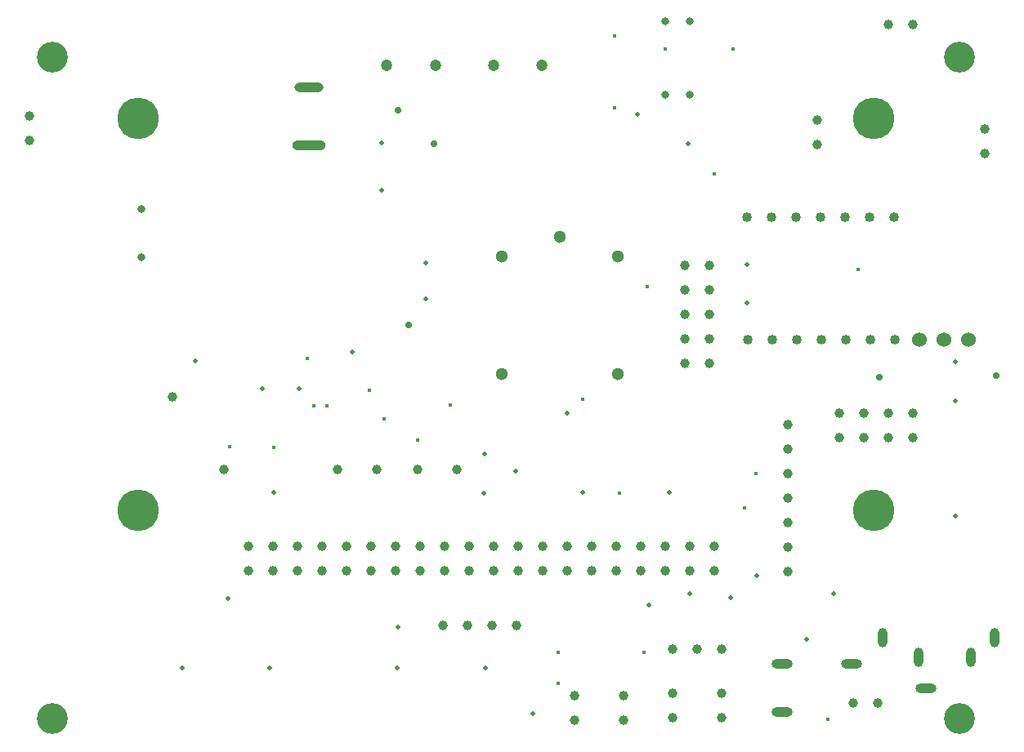
<source format=gbr>
%TF.GenerationSoftware,KiCad,Pcbnew,7.0.2*%
%TF.CreationDate,2024-06-24T19:42:43-07:00*%
%TF.ProjectId,MK-KS-MkIV.kicad_pro,4d4b2d4b-532d-44d6-9b49-562e6b696361,1.0*%
%TF.SameCoordinates,PX3a67068PY9f701d0*%
%TF.FileFunction,Plated,1,2,PTH,Mixed*%
%TF.FilePolarity,Positive*%
%FSLAX46Y46*%
G04 Gerber Fmt 4.6, Leading zero omitted, Abs format (unit mm)*
G04 Created by KiCad (PCBNEW 7.0.2) date 2024-06-24 19:42:43*
%MOMM*%
%LPD*%
G01*
G04 APERTURE LIST*
%TA.AperFunction,ViaDrill*%
%ADD10C,0.400000*%
%TD*%
%TA.AperFunction,ViaDrill*%
%ADD11C,0.500000*%
%TD*%
%TA.AperFunction,ViaDrill*%
%ADD12C,0.700000*%
%TD*%
%TA.AperFunction,ComponentDrill*%
%ADD13C,0.800000*%
%TD*%
%TA.AperFunction,ComponentDrill*%
%ADD14C,1.000000*%
%TD*%
G04 aperture for slot hole*
%TA.AperFunction,ComponentDrill*%
%ADD15O,3.000000X1.000000*%
%TD*%
G04 aperture for slot hole*
%TA.AperFunction,ComponentDrill*%
%ADD16O,3.500000X1.000000*%
%TD*%
G04 aperture for slot hole*
%TA.AperFunction,ComponentDrill*%
%ADD17O,2.200000X1.000000*%
%TD*%
G04 aperture for slot hole*
%TA.AperFunction,ComponentDrill*%
%ADD18O,1.000000X2.000000*%
%TD*%
%TA.AperFunction,ComponentDrill*%
%ADD19C,1.016000*%
%TD*%
%TA.AperFunction,ComponentDrill*%
%ADD20C,1.200000*%
%TD*%
%TA.AperFunction,ComponentDrill*%
%ADD21C,1.300000*%
%TD*%
%TA.AperFunction,ComponentDrill*%
%ADD22C,1.524000*%
%TD*%
%TA.AperFunction,ComponentDrill*%
%ADD23C,3.200000*%
%TD*%
%TA.AperFunction,ComponentDrill*%
%ADD24C,4.300000*%
%TD*%
G04 APERTURE END LIST*
D10*
X18390000Y28194000D03*
X22931000Y28157000D03*
X26459000Y37361000D03*
X27096000Y32410000D03*
X28486000Y32410000D03*
X32886000Y34053000D03*
X34411000Y31123000D03*
X37860000Y28898000D03*
X41229000Y32489000D03*
X52419000Y6876000D03*
X52430000Y3670000D03*
X54983000Y33075801D03*
X58239000Y63373000D03*
X58268000Y70811000D03*
X58777000Y23418000D03*
X61344000Y6843000D03*
X61633000Y44841000D03*
X63491000Y69421000D03*
X68547000Y56459000D03*
X70539000Y69432000D03*
X71689420Y21882580D03*
X72905000Y25396000D03*
X80376000Y-44000D03*
X83485000Y46589000D03*
D11*
X13469000Y5257000D03*
X14850000Y37111000D03*
X18229000Y12426000D03*
X21793000Y34241000D03*
X22564000Y5263000D03*
X22980000Y23451000D03*
X25601000Y34253000D03*
X31083000Y38051000D03*
X34103000Y59685000D03*
X34145000Y54802000D03*
X35739000Y5263000D03*
X35799000Y9522000D03*
X38668000Y47229000D03*
X38672000Y43531000D03*
X44690000Y23420000D03*
X44829000Y27453000D03*
X44837000Y5252000D03*
X48026000Y25681000D03*
X49748000Y539000D03*
X53313000Y31648000D03*
X54913000Y23469000D03*
X60629000Y62673000D03*
X61775000Y11784000D03*
X63913000Y23468000D03*
X65885000Y59617300D03*
X66028000Y12935000D03*
X70267000Y12575000D03*
X71941000Y47101000D03*
X71941000Y43096000D03*
X73007000Y14868000D03*
X78188000Y8202000D03*
X80985000Y12925000D03*
X93566000Y37029000D03*
X93566000Y32925000D03*
X93578000Y21030000D03*
D12*
X35859000Y63062000D03*
X36939000Y40846000D03*
X39527000Y59582000D03*
X85680000Y35440000D03*
X97792000Y35552000D03*
D13*
%TO.C,C1*%
X9214000Y52878651D03*
X9214000Y47878651D03*
%TO.C,SW4*%
X63516000Y72318000D03*
X63516000Y64698000D03*
X66056000Y72318000D03*
X66056000Y64698000D03*
D14*
%TO.C,JP10*%
X-2387000Y62501000D03*
X-2387000Y59961000D03*
%TO.C,TP6*%
X12465000Y33387000D03*
%TO.C,TP2*%
X17811200Y25830800D03*
%TO.C,J5*%
X20301600Y17874800D03*
X20301600Y15334800D03*
X22841600Y17874800D03*
X22841600Y15334800D03*
X25381600Y17874800D03*
X25381600Y15334800D03*
D15*
%TO.C,J2*%
X26617000Y65490000D03*
D16*
X26617000Y59490000D03*
D14*
%TO.C,J5*%
X27921600Y17874800D03*
X27921600Y15334800D03*
%TO.C,TP4*%
X29548600Y25830800D03*
%TO.C,J5*%
X30461600Y17874800D03*
X30461600Y15334800D03*
X33001600Y17874800D03*
X33001600Y15334800D03*
%TO.C,TP5*%
X33649200Y25830800D03*
%TO.C,J5*%
X35541600Y17874800D03*
X35541600Y15334800D03*
%TO.C,TP3*%
X37855600Y25830800D03*
%TO.C,J5*%
X38081600Y17874800D03*
X38081600Y15334800D03*
%TO.C,J6*%
X40510600Y9626800D03*
%TO.C,J5*%
X40621600Y17874800D03*
X40621600Y15334800D03*
%TO.C,TP1*%
X41923600Y25830800D03*
%TO.C,J6*%
X43050600Y9626800D03*
%TO.C,J5*%
X43161600Y17874800D03*
X43161600Y15334800D03*
%TO.C,J6*%
X45590600Y9626800D03*
%TO.C,J5*%
X45701600Y17874800D03*
X45701600Y15334800D03*
%TO.C,J6*%
X48130600Y9626800D03*
%TO.C,J5*%
X48241600Y17874800D03*
X48241600Y15334800D03*
X50781600Y17874800D03*
X50781600Y15334800D03*
X53321600Y17874800D03*
X53321600Y15334800D03*
%TO.C,SW1*%
X54142600Y2413800D03*
X54142600Y-126200D03*
%TO.C,J5*%
X55861600Y17874800D03*
X55861600Y15334800D03*
X58401600Y17874800D03*
X58401600Y15334800D03*
%TO.C,SW1*%
X59222600Y2413800D03*
X59222600Y-126200D03*
%TO.C,J5*%
X60941600Y17874800D03*
X60941600Y15334800D03*
X63481600Y17874800D03*
X63481600Y15334800D03*
%TO.C,JP3*%
X64280600Y2652800D03*
X64280600Y112800D03*
%TO.C,OP1*%
X64288600Y7199800D03*
%TO.C,J4*%
X65555600Y46990000D03*
X65555600Y44450000D03*
X65555600Y41910000D03*
X65555600Y39370000D03*
X65555600Y36830000D03*
%TO.C,J5*%
X66021600Y17874800D03*
X66021600Y15334800D03*
%TO.C,OP1*%
X66828600Y7199800D03*
%TO.C,J4*%
X68095600Y46990000D03*
X68095600Y44450000D03*
X68095600Y41910000D03*
X68095600Y39370000D03*
X68095600Y36830000D03*
%TO.C,J5*%
X68561600Y17874800D03*
X68561600Y15334800D03*
%TO.C,JP2*%
X69350600Y2652800D03*
X69350600Y112800D03*
%TO.C,OP1*%
X69368600Y7199800D03*
D17*
%TO.C,J3*%
X75582000Y5685000D03*
X75582000Y685000D03*
D14*
%TO.C,J1*%
X76174600Y30486800D03*
X76174600Y27946800D03*
X76174600Y25406800D03*
X76174600Y22866800D03*
X76174600Y20326800D03*
X76174600Y17786800D03*
X76174600Y15246800D03*
%TO.C,JP8*%
X79261600Y62093800D03*
X79261600Y59553800D03*
%TO.C,JP4*%
X81531600Y31711800D03*
X81531600Y29171800D03*
D17*
%TO.C,J3*%
X82782000Y5685000D03*
D14*
%TO.C,JP1*%
X82948600Y1620800D03*
%TO.C,JP5*%
X84071600Y31711800D03*
X84071600Y29171800D03*
%TO.C,JP1*%
X85488600Y1620800D03*
D18*
%TO.C,J7*%
X86010000Y8375000D03*
D14*
%TO.C,JP9*%
X86585000Y72011000D03*
%TO.C,JP6*%
X86611600Y31711800D03*
X86611600Y29171800D03*
%TO.C,JP9*%
X89125000Y72011000D03*
%TO.C,JP7*%
X89151600Y31711800D03*
X89151600Y29171800D03*
D18*
%TO.C,J7*%
X89710000Y6375000D03*
D17*
%TO.C,J3*%
X90482000Y3185000D03*
D18*
%TO.C,J7*%
X95210000Y6375000D03*
D14*
%TO.C,OPa1*%
X96577600Y61125800D03*
X96577600Y58585800D03*
D18*
%TO.C,J7*%
X97610000Y8375000D03*
D19*
%TO.C,U1*%
X72004600Y52028800D03*
X72050600Y39328800D03*
X74544600Y52028800D03*
X74590600Y39328800D03*
X77084600Y52028800D03*
X77130600Y39328800D03*
X79624600Y52028800D03*
X79670600Y39328800D03*
X82164600Y52028800D03*
X82210600Y39328800D03*
X84704600Y52028800D03*
X84750600Y39328800D03*
X87244600Y52028800D03*
X87290600Y39328800D03*
D20*
%TO.C,ST1*%
X34672000Y67785000D03*
X39672000Y67785000D03*
%TO.C,ST2*%
X45740000Y67740000D03*
X50740000Y67740000D03*
D21*
%TO.C,RLY1*%
X46609000Y47924000D03*
X46609000Y35724000D03*
X52609000Y49924000D03*
X58609000Y47924000D03*
X58609000Y35724000D03*
D22*
%TO.C,U1*%
X89830600Y39328800D03*
X92370600Y39328800D03*
X94910600Y39328800D03*
D23*
%TO.C,M_KSI1*%
X0Y68580000D03*
%TO.C,M_KSI4*%
X0Y0D03*
%TO.C,M_KSI2*%
X93980000Y68580000D03*
%TO.C,M_KSI3*%
X93980000Y0D03*
D24*
%TO.C,SHLD-1*%
X8890000Y62230000D03*
%TO.C,SHLD-4*%
X8890000Y21590000D03*
%TO.C,SHLD-2*%
X85090000Y62230000D03*
%TO.C,SHLD-3*%
X85090000Y21590000D03*
M02*

</source>
